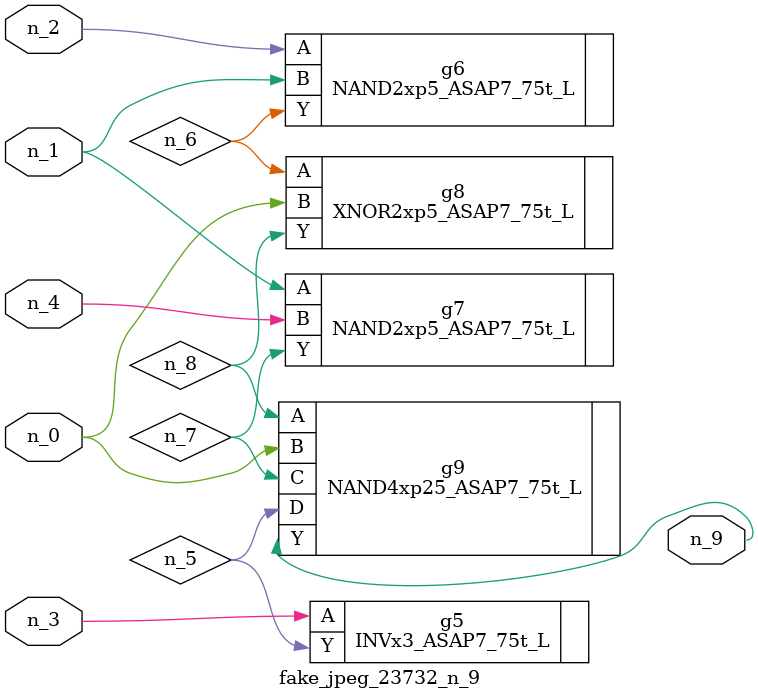
<source format=v>
module fake_jpeg_23732_n_9 (n_3, n_2, n_1, n_0, n_4, n_9);

input n_3;
input n_2;
input n_1;
input n_0;
input n_4;

output n_9;

wire n_8;
wire n_6;
wire n_5;
wire n_7;

INVx3_ASAP7_75t_L g5 ( 
.A(n_3),
.Y(n_5)
);

NAND2xp5_ASAP7_75t_L g6 ( 
.A(n_2),
.B(n_1),
.Y(n_6)
);

NAND2xp5_ASAP7_75t_L g7 ( 
.A(n_1),
.B(n_4),
.Y(n_7)
);

XNOR2xp5_ASAP7_75t_L g8 ( 
.A(n_6),
.B(n_0),
.Y(n_8)
);

NAND4xp25_ASAP7_75t_L g9 ( 
.A(n_8),
.B(n_0),
.C(n_7),
.D(n_5),
.Y(n_9)
);


endmodule
</source>
